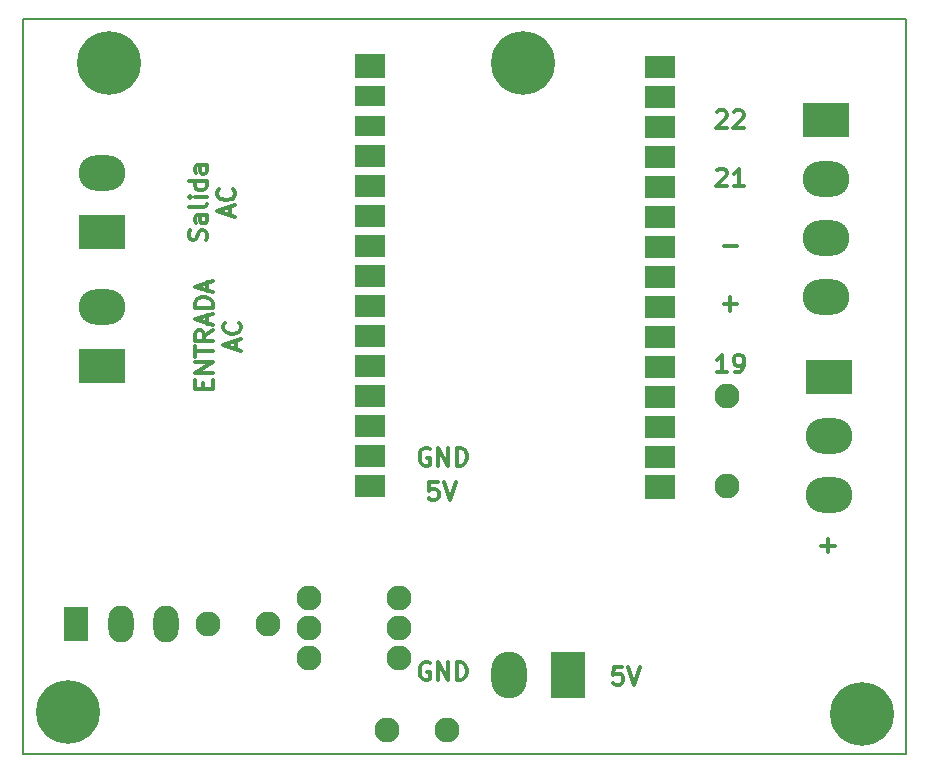
<source format=gbr>
%TF.GenerationSoftware,KiCad,Pcbnew,7.0.6*%
%TF.CreationDate,2023-09-01T15:44:30-05:00*%
%TF.ProjectId,basic_decoration_pcb,62617369-635f-4646-9563-6f726174696f,rev?*%
%TF.SameCoordinates,Original*%
%TF.FileFunction,Copper,L1,Top*%
%TF.FilePolarity,Positive*%
%FSLAX46Y46*%
G04 Gerber Fmt 4.6, Leading zero omitted, Abs format (unit mm)*
G04 Created by KiCad (PCBNEW 7.0.6) date 2023-09-01 15:44:30*
%MOMM*%
%LPD*%
G01*
G04 APERTURE LIST*
%TA.AperFunction,NonConductor*%
%ADD10C,0.200000*%
%TD*%
%ADD11C,0.300000*%
%TA.AperFunction,NonConductor*%
%ADD12C,0.300000*%
%TD*%
%TA.AperFunction,ComponentPad*%
%ADD13R,3.960000X3.000000*%
%TD*%
%TA.AperFunction,ComponentPad*%
%ADD14O,3.960000X3.000000*%
%TD*%
%TA.AperFunction,ComponentPad*%
%ADD15C,2.125000*%
%TD*%
%TA.AperFunction,ComponentPad*%
%ADD16O,2.125000X2.125000*%
%TD*%
%TA.AperFunction,ComponentPad*%
%ADD17C,5.400000*%
%TD*%
%TA.AperFunction,ComponentPad*%
%ADD18R,2.540000X2.100000*%
%TD*%
%TA.AperFunction,ComponentPad*%
%ADD19R,2.540000X1.740000*%
%TD*%
%TA.AperFunction,ComponentPad*%
%ADD20R,2.540000X1.950000*%
%TD*%
%TA.AperFunction,ComponentPad*%
%ADD21R,2.540000X2.000000*%
%TD*%
%TA.AperFunction,ComponentPad*%
%ADD22R,2.125000X3.000000*%
%TD*%
%TA.AperFunction,ComponentPad*%
%ADD23O,2.125000X3.125000*%
%TD*%
%TA.AperFunction,ComponentPad*%
%ADD24R,3.000000X3.960000*%
%TD*%
%TA.AperFunction,ComponentPad*%
%ADD25O,3.000000X3.960000*%
%TD*%
%TA.AperFunction,Conductor*%
%ADD26C,1.333000*%
%TD*%
G04 APERTURE END LIST*
D10*
X151978240Y-48895000D02*
X226730440Y-48895000D01*
X226730440Y-111125000D01*
X151978240Y-111125000D01*
X151978240Y-48895000D01*
D11*
D12*
X187069796Y-88089828D02*
X186355510Y-88089828D01*
X186355510Y-88089828D02*
X186284082Y-88804114D01*
X186284082Y-88804114D02*
X186355510Y-88732685D01*
X186355510Y-88732685D02*
X186498368Y-88661257D01*
X186498368Y-88661257D02*
X186855510Y-88661257D01*
X186855510Y-88661257D02*
X186998368Y-88732685D01*
X186998368Y-88732685D02*
X187069796Y-88804114D01*
X187069796Y-88804114D02*
X187141225Y-88946971D01*
X187141225Y-88946971D02*
X187141225Y-89304114D01*
X187141225Y-89304114D02*
X187069796Y-89446971D01*
X187069796Y-89446971D02*
X186998368Y-89518400D01*
X186998368Y-89518400D02*
X186855510Y-89589828D01*
X186855510Y-89589828D02*
X186498368Y-89589828D01*
X186498368Y-89589828D02*
X186355510Y-89518400D01*
X186355510Y-89518400D02*
X186284082Y-89446971D01*
X187569796Y-88089828D02*
X188069796Y-89589828D01*
X188069796Y-89589828D02*
X188569796Y-88089828D01*
D11*
D12*
X211264571Y-73004900D02*
X212407429Y-73004900D01*
X211836000Y-73576328D02*
X211836000Y-72433471D01*
D11*
D12*
X210693143Y-56725185D02*
X210764571Y-56653757D01*
X210764571Y-56653757D02*
X210907429Y-56582328D01*
X210907429Y-56582328D02*
X211264571Y-56582328D01*
X211264571Y-56582328D02*
X211407429Y-56653757D01*
X211407429Y-56653757D02*
X211478857Y-56725185D01*
X211478857Y-56725185D02*
X211550286Y-56868042D01*
X211550286Y-56868042D02*
X211550286Y-57010900D01*
X211550286Y-57010900D02*
X211478857Y-57225185D01*
X211478857Y-57225185D02*
X210621714Y-58082328D01*
X210621714Y-58082328D02*
X211550286Y-58082328D01*
X212121714Y-56725185D02*
X212193142Y-56653757D01*
X212193142Y-56653757D02*
X212336000Y-56582328D01*
X212336000Y-56582328D02*
X212693142Y-56582328D01*
X212693142Y-56582328D02*
X212836000Y-56653757D01*
X212836000Y-56653757D02*
X212907428Y-56725185D01*
X212907428Y-56725185D02*
X212978857Y-56868042D01*
X212978857Y-56868042D02*
X212978857Y-57010900D01*
X212978857Y-57010900D02*
X212907428Y-57225185D01*
X212907428Y-57225185D02*
X212050285Y-58082328D01*
X212050285Y-58082328D02*
X212978857Y-58082328D01*
D11*
D12*
X186379225Y-85240257D02*
X186236368Y-85168828D01*
X186236368Y-85168828D02*
X186022082Y-85168828D01*
X186022082Y-85168828D02*
X185807796Y-85240257D01*
X185807796Y-85240257D02*
X185664939Y-85383114D01*
X185664939Y-85383114D02*
X185593510Y-85525971D01*
X185593510Y-85525971D02*
X185522082Y-85811685D01*
X185522082Y-85811685D02*
X185522082Y-86025971D01*
X185522082Y-86025971D02*
X185593510Y-86311685D01*
X185593510Y-86311685D02*
X185664939Y-86454542D01*
X185664939Y-86454542D02*
X185807796Y-86597400D01*
X185807796Y-86597400D02*
X186022082Y-86668828D01*
X186022082Y-86668828D02*
X186164939Y-86668828D01*
X186164939Y-86668828D02*
X186379225Y-86597400D01*
X186379225Y-86597400D02*
X186450653Y-86525971D01*
X186450653Y-86525971D02*
X186450653Y-86025971D01*
X186450653Y-86025971D02*
X186164939Y-86025971D01*
X187093510Y-86668828D02*
X187093510Y-85168828D01*
X187093510Y-85168828D02*
X187950653Y-86668828D01*
X187950653Y-86668828D02*
X187950653Y-85168828D01*
X188664939Y-86668828D02*
X188664939Y-85168828D01*
X188664939Y-85168828D02*
X189022082Y-85168828D01*
X189022082Y-85168828D02*
X189236368Y-85240257D01*
X189236368Y-85240257D02*
X189379225Y-85383114D01*
X189379225Y-85383114D02*
X189450654Y-85525971D01*
X189450654Y-85525971D02*
X189522082Y-85811685D01*
X189522082Y-85811685D02*
X189522082Y-86025971D01*
X189522082Y-86025971D02*
X189450654Y-86311685D01*
X189450654Y-86311685D02*
X189379225Y-86454542D01*
X189379225Y-86454542D02*
X189236368Y-86597400D01*
X189236368Y-86597400D02*
X189022082Y-86668828D01*
X189022082Y-86668828D02*
X188664939Y-86668828D01*
D11*
D12*
X219519571Y-93451900D02*
X220662429Y-93451900D01*
X220091000Y-94023328D02*
X220091000Y-92880471D01*
D11*
D12*
X202690796Y-103710828D02*
X201976510Y-103710828D01*
X201976510Y-103710828D02*
X201905082Y-104425114D01*
X201905082Y-104425114D02*
X201976510Y-104353685D01*
X201976510Y-104353685D02*
X202119368Y-104282257D01*
X202119368Y-104282257D02*
X202476510Y-104282257D01*
X202476510Y-104282257D02*
X202619368Y-104353685D01*
X202619368Y-104353685D02*
X202690796Y-104425114D01*
X202690796Y-104425114D02*
X202762225Y-104567971D01*
X202762225Y-104567971D02*
X202762225Y-104925114D01*
X202762225Y-104925114D02*
X202690796Y-105067971D01*
X202690796Y-105067971D02*
X202619368Y-105139400D01*
X202619368Y-105139400D02*
X202476510Y-105210828D01*
X202476510Y-105210828D02*
X202119368Y-105210828D01*
X202119368Y-105210828D02*
X201976510Y-105139400D01*
X201976510Y-105139400D02*
X201905082Y-105067971D01*
X203190796Y-103710828D02*
X203690796Y-105210828D01*
X203690796Y-105210828D02*
X204190796Y-103710828D01*
D11*
D12*
X167214114Y-80156285D02*
X167214114Y-79656285D01*
X167999828Y-79441999D02*
X167999828Y-80156285D01*
X167999828Y-80156285D02*
X166499828Y-80156285D01*
X166499828Y-80156285D02*
X166499828Y-79441999D01*
X167999828Y-78799142D02*
X166499828Y-78799142D01*
X166499828Y-78799142D02*
X167999828Y-77941999D01*
X167999828Y-77941999D02*
X166499828Y-77941999D01*
X166499828Y-77441998D02*
X166499828Y-76584856D01*
X167999828Y-77013427D02*
X166499828Y-77013427D01*
X167999828Y-75227713D02*
X167285542Y-75727713D01*
X167999828Y-76084856D02*
X166499828Y-76084856D01*
X166499828Y-76084856D02*
X166499828Y-75513427D01*
X166499828Y-75513427D02*
X166571257Y-75370570D01*
X166571257Y-75370570D02*
X166642685Y-75299141D01*
X166642685Y-75299141D02*
X166785542Y-75227713D01*
X166785542Y-75227713D02*
X166999828Y-75227713D01*
X166999828Y-75227713D02*
X167142685Y-75299141D01*
X167142685Y-75299141D02*
X167214114Y-75370570D01*
X167214114Y-75370570D02*
X167285542Y-75513427D01*
X167285542Y-75513427D02*
X167285542Y-76084856D01*
X167571257Y-74656284D02*
X167571257Y-73941999D01*
X167999828Y-74799141D02*
X166499828Y-74299141D01*
X166499828Y-74299141D02*
X167999828Y-73799141D01*
X167999828Y-73299142D02*
X166499828Y-73299142D01*
X166499828Y-73299142D02*
X166499828Y-72941999D01*
X166499828Y-72941999D02*
X166571257Y-72727713D01*
X166571257Y-72727713D02*
X166714114Y-72584856D01*
X166714114Y-72584856D02*
X166856971Y-72513427D01*
X166856971Y-72513427D02*
X167142685Y-72441999D01*
X167142685Y-72441999D02*
X167356971Y-72441999D01*
X167356971Y-72441999D02*
X167642685Y-72513427D01*
X167642685Y-72513427D02*
X167785542Y-72584856D01*
X167785542Y-72584856D02*
X167928400Y-72727713D01*
X167928400Y-72727713D02*
X167999828Y-72941999D01*
X167999828Y-72941999D02*
X167999828Y-73299142D01*
X167571257Y-71870570D02*
X167571257Y-71156285D01*
X167999828Y-72013427D02*
X166499828Y-71513427D01*
X166499828Y-71513427D02*
X167999828Y-71013427D01*
X169986257Y-76799142D02*
X169986257Y-76084857D01*
X170414828Y-76941999D02*
X168914828Y-76441999D01*
X168914828Y-76441999D02*
X170414828Y-75941999D01*
X170271971Y-74584857D02*
X170343400Y-74656285D01*
X170343400Y-74656285D02*
X170414828Y-74870571D01*
X170414828Y-74870571D02*
X170414828Y-75013428D01*
X170414828Y-75013428D02*
X170343400Y-75227714D01*
X170343400Y-75227714D02*
X170200542Y-75370571D01*
X170200542Y-75370571D02*
X170057685Y-75442000D01*
X170057685Y-75442000D02*
X169771971Y-75513428D01*
X169771971Y-75513428D02*
X169557685Y-75513428D01*
X169557685Y-75513428D02*
X169271971Y-75442000D01*
X169271971Y-75442000D02*
X169129114Y-75370571D01*
X169129114Y-75370571D02*
X168986257Y-75227714D01*
X168986257Y-75227714D02*
X168914828Y-75013428D01*
X168914828Y-75013428D02*
X168914828Y-74870571D01*
X168914828Y-74870571D02*
X168986257Y-74656285D01*
X168986257Y-74656285D02*
X169057685Y-74584857D01*
D11*
D12*
X211550286Y-78783328D02*
X210693143Y-78783328D01*
X211121714Y-78783328D02*
X211121714Y-77283328D01*
X211121714Y-77283328D02*
X210978857Y-77497614D01*
X210978857Y-77497614D02*
X210836000Y-77640471D01*
X210836000Y-77640471D02*
X210693143Y-77711900D01*
X212264571Y-78783328D02*
X212550285Y-78783328D01*
X212550285Y-78783328D02*
X212693142Y-78711900D01*
X212693142Y-78711900D02*
X212764571Y-78640471D01*
X212764571Y-78640471D02*
X212907428Y-78426185D01*
X212907428Y-78426185D02*
X212978857Y-78140471D01*
X212978857Y-78140471D02*
X212978857Y-77569042D01*
X212978857Y-77569042D02*
X212907428Y-77426185D01*
X212907428Y-77426185D02*
X212836000Y-77354757D01*
X212836000Y-77354757D02*
X212693142Y-77283328D01*
X212693142Y-77283328D02*
X212407428Y-77283328D01*
X212407428Y-77283328D02*
X212264571Y-77354757D01*
X212264571Y-77354757D02*
X212193142Y-77426185D01*
X212193142Y-77426185D02*
X212121714Y-77569042D01*
X212121714Y-77569042D02*
X212121714Y-77926185D01*
X212121714Y-77926185D02*
X212193142Y-78069042D01*
X212193142Y-78069042D02*
X212264571Y-78140471D01*
X212264571Y-78140471D02*
X212407428Y-78211900D01*
X212407428Y-78211900D02*
X212693142Y-78211900D01*
X212693142Y-78211900D02*
X212836000Y-78140471D01*
X212836000Y-78140471D02*
X212907428Y-78069042D01*
X212907428Y-78069042D02*
X212978857Y-77926185D01*
D11*
D12*
X186379225Y-103401257D02*
X186236368Y-103329828D01*
X186236368Y-103329828D02*
X186022082Y-103329828D01*
X186022082Y-103329828D02*
X185807796Y-103401257D01*
X185807796Y-103401257D02*
X185664939Y-103544114D01*
X185664939Y-103544114D02*
X185593510Y-103686971D01*
X185593510Y-103686971D02*
X185522082Y-103972685D01*
X185522082Y-103972685D02*
X185522082Y-104186971D01*
X185522082Y-104186971D02*
X185593510Y-104472685D01*
X185593510Y-104472685D02*
X185664939Y-104615542D01*
X185664939Y-104615542D02*
X185807796Y-104758400D01*
X185807796Y-104758400D02*
X186022082Y-104829828D01*
X186022082Y-104829828D02*
X186164939Y-104829828D01*
X186164939Y-104829828D02*
X186379225Y-104758400D01*
X186379225Y-104758400D02*
X186450653Y-104686971D01*
X186450653Y-104686971D02*
X186450653Y-104186971D01*
X186450653Y-104186971D02*
X186164939Y-104186971D01*
X187093510Y-104829828D02*
X187093510Y-103329828D01*
X187093510Y-103329828D02*
X187950653Y-104829828D01*
X187950653Y-104829828D02*
X187950653Y-103329828D01*
X188664939Y-104829828D02*
X188664939Y-103329828D01*
X188664939Y-103329828D02*
X189022082Y-103329828D01*
X189022082Y-103329828D02*
X189236368Y-103401257D01*
X189236368Y-103401257D02*
X189379225Y-103544114D01*
X189379225Y-103544114D02*
X189450654Y-103686971D01*
X189450654Y-103686971D02*
X189522082Y-103972685D01*
X189522082Y-103972685D02*
X189522082Y-104186971D01*
X189522082Y-104186971D02*
X189450654Y-104472685D01*
X189450654Y-104472685D02*
X189379225Y-104615542D01*
X189379225Y-104615542D02*
X189236368Y-104758400D01*
X189236368Y-104758400D02*
X189022082Y-104829828D01*
X189022082Y-104829828D02*
X188664939Y-104829828D01*
D11*
D12*
X210693143Y-61678185D02*
X210764571Y-61606757D01*
X210764571Y-61606757D02*
X210907429Y-61535328D01*
X210907429Y-61535328D02*
X211264571Y-61535328D01*
X211264571Y-61535328D02*
X211407429Y-61606757D01*
X211407429Y-61606757D02*
X211478857Y-61678185D01*
X211478857Y-61678185D02*
X211550286Y-61821042D01*
X211550286Y-61821042D02*
X211550286Y-61963900D01*
X211550286Y-61963900D02*
X211478857Y-62178185D01*
X211478857Y-62178185D02*
X210621714Y-63035328D01*
X210621714Y-63035328D02*
X211550286Y-63035328D01*
X212978857Y-63035328D02*
X212121714Y-63035328D01*
X212550285Y-63035328D02*
X212550285Y-61535328D01*
X212550285Y-61535328D02*
X212407428Y-61749614D01*
X212407428Y-61749614D02*
X212264571Y-61892471D01*
X212264571Y-61892471D02*
X212121714Y-61963900D01*
D11*
D12*
X167420400Y-67603285D02*
X167491828Y-67389000D01*
X167491828Y-67389000D02*
X167491828Y-67031857D01*
X167491828Y-67031857D02*
X167420400Y-66889000D01*
X167420400Y-66889000D02*
X167348971Y-66817571D01*
X167348971Y-66817571D02*
X167206114Y-66746142D01*
X167206114Y-66746142D02*
X167063257Y-66746142D01*
X167063257Y-66746142D02*
X166920400Y-66817571D01*
X166920400Y-66817571D02*
X166848971Y-66889000D01*
X166848971Y-66889000D02*
X166777542Y-67031857D01*
X166777542Y-67031857D02*
X166706114Y-67317571D01*
X166706114Y-67317571D02*
X166634685Y-67460428D01*
X166634685Y-67460428D02*
X166563257Y-67531857D01*
X166563257Y-67531857D02*
X166420400Y-67603285D01*
X166420400Y-67603285D02*
X166277542Y-67603285D01*
X166277542Y-67603285D02*
X166134685Y-67531857D01*
X166134685Y-67531857D02*
X166063257Y-67460428D01*
X166063257Y-67460428D02*
X165991828Y-67317571D01*
X165991828Y-67317571D02*
X165991828Y-66960428D01*
X165991828Y-66960428D02*
X166063257Y-66746142D01*
X167491828Y-65460429D02*
X166706114Y-65460429D01*
X166706114Y-65460429D02*
X166563257Y-65531857D01*
X166563257Y-65531857D02*
X166491828Y-65674714D01*
X166491828Y-65674714D02*
X166491828Y-65960429D01*
X166491828Y-65960429D02*
X166563257Y-66103286D01*
X167420400Y-65460429D02*
X167491828Y-65603286D01*
X167491828Y-65603286D02*
X167491828Y-65960429D01*
X167491828Y-65960429D02*
X167420400Y-66103286D01*
X167420400Y-66103286D02*
X167277542Y-66174714D01*
X167277542Y-66174714D02*
X167134685Y-66174714D01*
X167134685Y-66174714D02*
X166991828Y-66103286D01*
X166991828Y-66103286D02*
X166920400Y-65960429D01*
X166920400Y-65960429D02*
X166920400Y-65603286D01*
X166920400Y-65603286D02*
X166848971Y-65460429D01*
X167491828Y-64531857D02*
X167420400Y-64674714D01*
X167420400Y-64674714D02*
X167277542Y-64746143D01*
X167277542Y-64746143D02*
X165991828Y-64746143D01*
X167491828Y-63960429D02*
X166491828Y-63960429D01*
X165991828Y-63960429D02*
X166063257Y-64031857D01*
X166063257Y-64031857D02*
X166134685Y-63960429D01*
X166134685Y-63960429D02*
X166063257Y-63889000D01*
X166063257Y-63889000D02*
X165991828Y-63960429D01*
X165991828Y-63960429D02*
X166134685Y-63960429D01*
X167491828Y-62603286D02*
X165991828Y-62603286D01*
X167420400Y-62603286D02*
X167491828Y-62746143D01*
X167491828Y-62746143D02*
X167491828Y-63031857D01*
X167491828Y-63031857D02*
X167420400Y-63174714D01*
X167420400Y-63174714D02*
X167348971Y-63246143D01*
X167348971Y-63246143D02*
X167206114Y-63317571D01*
X167206114Y-63317571D02*
X166777542Y-63317571D01*
X166777542Y-63317571D02*
X166634685Y-63246143D01*
X166634685Y-63246143D02*
X166563257Y-63174714D01*
X166563257Y-63174714D02*
X166491828Y-63031857D01*
X166491828Y-63031857D02*
X166491828Y-62746143D01*
X166491828Y-62746143D02*
X166563257Y-62603286D01*
X167491828Y-61246143D02*
X166706114Y-61246143D01*
X166706114Y-61246143D02*
X166563257Y-61317571D01*
X166563257Y-61317571D02*
X166491828Y-61460428D01*
X166491828Y-61460428D02*
X166491828Y-61746143D01*
X166491828Y-61746143D02*
X166563257Y-61889000D01*
X167420400Y-61246143D02*
X167491828Y-61389000D01*
X167491828Y-61389000D02*
X167491828Y-61746143D01*
X167491828Y-61746143D02*
X167420400Y-61889000D01*
X167420400Y-61889000D02*
X167277542Y-61960428D01*
X167277542Y-61960428D02*
X167134685Y-61960428D01*
X167134685Y-61960428D02*
X166991828Y-61889000D01*
X166991828Y-61889000D02*
X166920400Y-61746143D01*
X166920400Y-61746143D02*
X166920400Y-61389000D01*
X166920400Y-61389000D02*
X166848971Y-61246143D01*
X169478257Y-65496142D02*
X169478257Y-64781857D01*
X169906828Y-65638999D02*
X168406828Y-65138999D01*
X168406828Y-65138999D02*
X169906828Y-64638999D01*
X169763971Y-63281857D02*
X169835400Y-63353285D01*
X169835400Y-63353285D02*
X169906828Y-63567571D01*
X169906828Y-63567571D02*
X169906828Y-63710428D01*
X169906828Y-63710428D02*
X169835400Y-63924714D01*
X169835400Y-63924714D02*
X169692542Y-64067571D01*
X169692542Y-64067571D02*
X169549685Y-64139000D01*
X169549685Y-64139000D02*
X169263971Y-64210428D01*
X169263971Y-64210428D02*
X169049685Y-64210428D01*
X169049685Y-64210428D02*
X168763971Y-64139000D01*
X168763971Y-64139000D02*
X168621114Y-64067571D01*
X168621114Y-64067571D02*
X168478257Y-63924714D01*
X168478257Y-63924714D02*
X168406828Y-63710428D01*
X168406828Y-63710428D02*
X168406828Y-63567571D01*
X168406828Y-63567571D02*
X168478257Y-63353285D01*
X168478257Y-63353285D02*
X168549685Y-63281857D01*
D11*
D12*
X211264571Y-68051900D02*
X212407429Y-68051900D01*
D13*
%TO.P,Screen1,1,Pin_1*%
%TO.N,D22*%
X219979000Y-57390000D03*
D14*
%TO.P,Screen1,2,Pin_2*%
%TO.N,D21*%
X219979000Y-62390000D03*
%TO.P,Screen1,3,Pin_3*%
%TO.N,GND2*%
X219979000Y-67390000D03*
%TO.P,Screen1,4,Pin_4*%
%TO.N,3V3*%
X219979000Y-72390000D03*
%TD*%
D15*
%TO.P,R3,1*%
%TO.N,D19*%
X211582000Y-80772000D03*
D16*
%TO.P,R3,2*%
%TO.N,3V3*%
X211582000Y-88392000D03*
%TD*%
D13*
%TO.P,J3,1,Pin_1*%
%TO.N,D19*%
X220233000Y-79154000D03*
D14*
%TO.P,J3,2,Pin_2*%
%TO.N,GND2*%
X220233000Y-84154000D03*
%TO.P,J3,3,Pin_3*%
%TO.N,3V3*%
X220233000Y-89154000D03*
%TD*%
D17*
%TO.P,H1,1*%
%TO.N,N/C*%
X159258000Y-52578000D03*
%TD*%
%TO.P,H3,1*%
%TO.N,N/C*%
X223012000Y-107696000D03*
%TD*%
D18*
%TO.P,J_esp0,1,Pin_1*%
%TO.N,EN*%
X181344040Y-52865800D03*
D19*
%TO.P,J_esp0,2,Pin_2*%
%TO.N,VP*%
X181344040Y-55405800D03*
%TO.P,J_esp0,3,Pin_3*%
%TO.N,VN*%
X181344040Y-57945800D03*
D20*
%TO.P,J_esp0,4,Pin_4*%
%TO.N,D34*%
X181344040Y-60485800D03*
%TO.P,J_esp0,5,Pin_5*%
%TO.N,D35*%
X181344040Y-63025800D03*
%TO.P,J_esp0,6,Pin_6*%
%TO.N,D32*%
X181344040Y-65565800D03*
%TO.P,J_esp0,7,Pin_7*%
%TO.N,D33*%
X181344040Y-68105800D03*
%TO.P,J_esp0,8,Pin_8*%
%TO.N,D25*%
X181344040Y-70645800D03*
%TO.P,J_esp0,9,Pin_9*%
%TO.N,D26*%
X181344040Y-73185800D03*
%TO.P,J_esp0,10,Pin_10*%
%TO.N,D27*%
X181344040Y-75725800D03*
%TO.P,J_esp0,11,Pin_11*%
%TO.N,D14*%
X181344040Y-78265800D03*
%TO.P,J_esp0,12,Pin_12*%
%TO.N,D12*%
X181344040Y-80805800D03*
%TO.P,J_esp0,13,Pin_13*%
%TO.N,D13*%
X181344040Y-83345800D03*
%TO.P,J_esp0,14,Pin_14*%
%TO.N,GND5V*%
X181344040Y-85885800D03*
%TO.P,J_esp0,15,Pin_15*%
%TO.N,5v*%
X181344040Y-88425800D03*
%TD*%
D21*
%TO.P,J_esp1,1,Pin_1*%
%TO.N,3V3*%
X205884540Y-88504800D03*
D20*
%TO.P,J_esp1,2,Pin_2*%
%TO.N,GND2*%
X205884540Y-85964800D03*
%TO.P,J_esp1,3,Pin_3*%
%TO.N,D15*%
X205884540Y-83424800D03*
%TO.P,J_esp1,4,Pin_4*%
%TO.N,D2*%
X205884540Y-80884800D03*
%TO.P,J_esp1,5,Pin_5*%
%TO.N,D4*%
X205884540Y-78344800D03*
%TO.P,J_esp1,6,Pin_6*%
%TO.N,RX2*%
X205884540Y-75804800D03*
%TO.P,J_esp1,7,Pin_7*%
%TO.N,TX2*%
X205884540Y-73264800D03*
%TO.P,J_esp1,8,Pin_8*%
%TO.N,D5*%
X205884540Y-70724800D03*
%TO.P,J_esp1,9,Pin_9*%
%TO.N,D18*%
X205884540Y-68184800D03*
%TO.P,J_esp1,10,Pin_10*%
%TO.N,D19*%
X205884540Y-65644800D03*
%TO.P,J_esp1,11,Pin_11*%
%TO.N,D21*%
X205884540Y-63104800D03*
%TO.P,J_esp1,12,Pin_12*%
%TO.N,RX0*%
X205884540Y-60564800D03*
%TO.P,J_esp1,13,Pin_13*%
%TO.N,TX0*%
X205884540Y-58024800D03*
%TO.P,J_esp1,14,Pin_14*%
%TO.N,D22*%
X205884540Y-55484800D03*
%TO.P,J_esp1,15,Pin_15*%
%TO.N,D23*%
X205884540Y-52944800D03*
%TD*%
D17*
%TO.P,H2,1*%
%TO.N,N/C*%
X155788240Y-107569000D03*
%TD*%
%TO.P,H4,1*%
%TO.N,N/C*%
X194310000Y-52578000D03*
%TD*%
D22*
%TO.P,Q1,1,A1*%
%TO.N,AC1_IN*%
X156479000Y-100118250D03*
D23*
%TO.P,Q1,2,A2*%
%TO.N,Net-(J_AC_LOAD1-Pin_1)*%
X160289000Y-100118250D03*
%TO.P,Q1,3,G*%
%TO.N,Net-(Q1-G)*%
X164099000Y-100118250D03*
%TD*%
D24*
%TO.P,5V1,1,Pin_1*%
%TO.N,5v*%
X198135000Y-104394000D03*
D25*
%TO.P,5V1,2,Pin_2*%
%TO.N,GND5V*%
X193135000Y-104394000D03*
%TD*%
D15*
%TO.P,R2,1*%
%TO.N,Net-(R2-Pad1)*%
X172713750Y-100076000D03*
D16*
%TO.P,R2,2*%
%TO.N,Net-(Q1-G)*%
X167633750Y-100076000D03*
%TD*%
D15*
%TO.P,U1,1*%
%TO.N,Net-(R1-Pad2)*%
X183769000Y-102997000D03*
%TO.P,U1,2*%
%TO.N,GND5V*%
X183769000Y-100457000D03*
%TO.P,U1,3,NC*%
%TO.N,unconnected-(U1-NC-Pad3)*%
X183769000Y-97917000D03*
%TO.P,U1,4*%
%TO.N,Net-(R2-Pad1)*%
X176149000Y-97917000D03*
%TO.P,U1,5,NC*%
%TO.N,unconnected-(U1-NC-Pad5)*%
X176149000Y-100457000D03*
%TO.P,U1,6*%
%TO.N,Net-(J_AC_LOAD1-Pin_1)*%
X176149000Y-102997000D03*
%TD*%
%TO.P,R1,1*%
%TO.N,D18*%
X187826750Y-109093000D03*
D16*
%TO.P,R1,2*%
%TO.N,Net-(R1-Pad2)*%
X182746750Y-109093000D03*
%TD*%
D13*
%TO.P,J_AC_INPUT1,1,Pin_1*%
%TO.N,AC1_IN*%
X158623000Y-78279000D03*
D14*
%TO.P,J_AC_INPUT1,2,Pin_2*%
%TO.N,AC2_IN*%
X158623000Y-73279000D03*
%TD*%
D13*
%TO.P,J_AC_LOAD1,1,Pin_1*%
%TO.N,Net-(J_AC_LOAD1-Pin_1)*%
X158623000Y-66929000D03*
D14*
%TO.P,J_AC_LOAD1,2,Pin_2*%
%TO.N,AC2_IN*%
X158623000Y-61929000D03*
%TD*%
D26*
%TO.N,D19*%
X220233000Y-79154000D02*
X219243000Y-79154000D01*
X219243000Y-79154000D02*
X219210000Y-79121000D01*
%TO.N,D21*%
X205898740Y-63119000D02*
X205884540Y-63104800D01*
%TD*%
M02*

</source>
